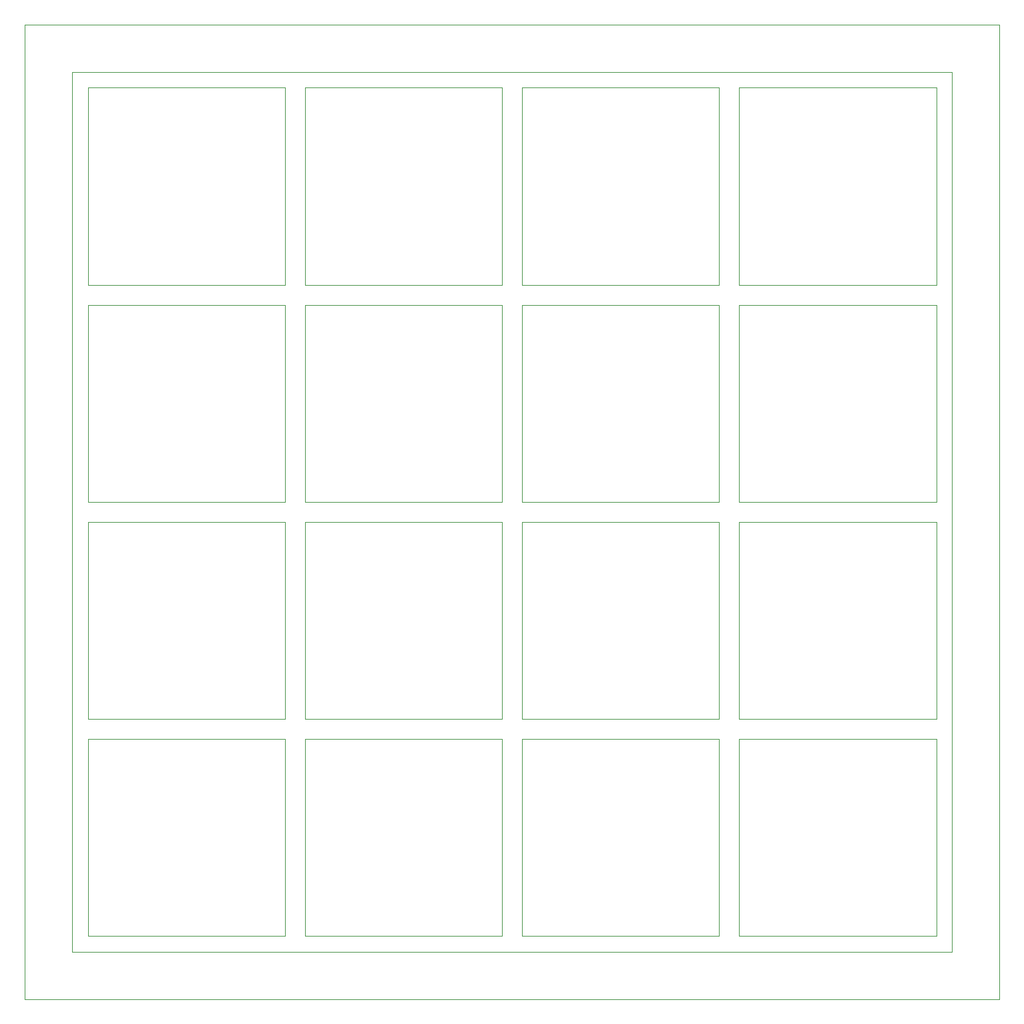
<source format=gbr>
%TF.GenerationSoftware,KiCad,Pcbnew,(6.0.7)*%
%TF.CreationDate,2022-10-24T21:44:15-05:00*%
%TF.ProjectId,Panelized,50616e65-6c69-47a6-9564-2e6b69636164,4*%
%TF.SameCoordinates,Original*%
%TF.FileFunction,Profile,NP*%
%FSLAX46Y46*%
G04 Gerber Fmt 4.6, Leading zero omitted, Abs format (unit mm)*
G04 Created by KiCad (PCBNEW (6.0.7)) date 2022-10-24 21:44:15*
%MOMM*%
%LPD*%
G01*
G04 APERTURE LIST*
%TA.AperFunction,Profile*%
%ADD10C,0.100000*%
%TD*%
G04 APERTURE END LIST*
D10*
X130620000Y-50540000D02*
X105620000Y-50540000D01*
X75540000Y-105620000D02*
X50540000Y-105620000D01*
X48000000Y-50540000D02*
X23000000Y-50540000D01*
X75540000Y-23000000D02*
X50540000Y-23000000D01*
X78080000Y-78080000D02*
X78080000Y-78080000D01*
X130620000Y-48000000D02*
X130620000Y-23000000D01*
X130620000Y-23000000D02*
X105620000Y-23000000D01*
X48000000Y-48000000D02*
X48000000Y-23000000D01*
X103080000Y-48000000D02*
X103080000Y-23000000D01*
X48000000Y-105620000D02*
X48000000Y-105620000D01*
X23000000Y-130620000D02*
X48000000Y-130620000D01*
X23000000Y-103080000D02*
X48000000Y-103080000D01*
X50540000Y-75540000D02*
X75540000Y-75540000D01*
X50540000Y-105620000D02*
X50540000Y-105620000D01*
X103080000Y-75540000D02*
X103080000Y-50540000D01*
X48000000Y-75540000D02*
X48000000Y-50540000D01*
X21000000Y-21000000D02*
X21000000Y-21000000D01*
X15000000Y-15000000D02*
X15000000Y-138620000D01*
X103080000Y-23000000D02*
X103080000Y-23000000D01*
X105620000Y-75540000D02*
X130620000Y-75540000D01*
X105620000Y-130620000D02*
X130620000Y-130620000D01*
X105620000Y-105620000D02*
X105620000Y-130620000D01*
X138620000Y-138620000D02*
X138620000Y-15000000D01*
X15000000Y-15000000D02*
X15000000Y-15000000D01*
X130620000Y-103080000D02*
X130620000Y-78080000D01*
X78080000Y-105620000D02*
X78080000Y-130620000D01*
X132620000Y-21000000D02*
X132620000Y-132620000D01*
X130620000Y-105620000D02*
X105620000Y-105620000D01*
X75540000Y-78080000D02*
X50540000Y-78080000D01*
X23000000Y-23000000D02*
X23000000Y-48000000D01*
X75540000Y-130620000D02*
X75540000Y-105620000D01*
X23000000Y-75540000D02*
X48000000Y-75540000D01*
X48000000Y-48000000D02*
X48000000Y-48000000D01*
X21000000Y-132620000D02*
X21000000Y-21000000D01*
X48000000Y-75540000D02*
X48000000Y-75540000D01*
X78080000Y-103080000D02*
X103080000Y-103080000D01*
X50540000Y-75540000D02*
X50540000Y-75540000D01*
X105620000Y-50540000D02*
X105620000Y-75540000D01*
X50540000Y-105620000D02*
X50540000Y-130620000D01*
X15000000Y-138620000D02*
X138620000Y-138620000D01*
X103080000Y-103080000D02*
X103080000Y-78080000D01*
X78080000Y-78080000D02*
X78080000Y-103080000D01*
X75540000Y-48000000D02*
X75540000Y-23000000D01*
X48000000Y-103080000D02*
X48000000Y-78080000D01*
X78080000Y-50540000D02*
X78080000Y-75540000D01*
X23000000Y-105620000D02*
X23000000Y-130620000D01*
X75540000Y-75540000D02*
X75540000Y-50540000D01*
X21000000Y-21000000D02*
X132620000Y-21000000D01*
X23000000Y-50540000D02*
X23000000Y-75540000D01*
X130620000Y-75540000D02*
X130620000Y-50540000D01*
X130620000Y-78080000D02*
X105620000Y-78080000D01*
X78080000Y-75540000D02*
X103080000Y-75540000D01*
X105620000Y-130620000D02*
X105620000Y-130620000D01*
X132620000Y-132620000D02*
X21000000Y-132620000D01*
X50540000Y-130620000D02*
X75540000Y-130620000D01*
X48000000Y-130620000D02*
X48000000Y-105620000D01*
X103080000Y-50540000D02*
X78080000Y-50540000D01*
X103080000Y-78080000D02*
X78080000Y-78080000D01*
X105620000Y-48000000D02*
X130620000Y-48000000D01*
X48000000Y-78080000D02*
X23000000Y-78080000D01*
X50540000Y-78080000D02*
X50540000Y-103080000D01*
X103080000Y-23000000D02*
X78080000Y-23000000D01*
X50540000Y-23000000D02*
X50540000Y-48000000D01*
X23000000Y-48000000D02*
X48000000Y-48000000D01*
X50540000Y-48000000D02*
X50540000Y-48000000D01*
X105620000Y-78080000D02*
X105620000Y-78080000D01*
X50540000Y-50540000D02*
X50540000Y-75540000D01*
X23000000Y-78080000D02*
X23000000Y-78080000D01*
X23000000Y-78080000D02*
X23000000Y-103080000D01*
X78080000Y-48000000D02*
X103080000Y-48000000D01*
X105620000Y-75540000D02*
X105620000Y-75540000D01*
X103080000Y-130620000D02*
X103080000Y-105620000D01*
X78080000Y-23000000D02*
X78080000Y-48000000D01*
X103080000Y-50540000D02*
X103080000Y-50540000D01*
X78080000Y-130620000D02*
X103080000Y-130620000D01*
X105620000Y-78080000D02*
X105620000Y-103080000D01*
X138620000Y-15000000D02*
X15000000Y-15000000D01*
X105620000Y-23000000D02*
X105620000Y-23000000D01*
X48000000Y-105620000D02*
X23000000Y-105620000D01*
X48000000Y-23000000D02*
X23000000Y-23000000D01*
X50540000Y-48000000D02*
X75540000Y-48000000D01*
X75540000Y-103080000D02*
X75540000Y-78080000D01*
X105620000Y-103080000D02*
X130620000Y-103080000D01*
X78080000Y-130620000D02*
X78080000Y-130620000D01*
X130620000Y-130620000D02*
X130620000Y-105620000D01*
X105620000Y-23000000D02*
X105620000Y-48000000D01*
X75540000Y-78080000D02*
X75540000Y-78080000D01*
X75540000Y-50540000D02*
X50540000Y-50540000D01*
X50540000Y-103080000D02*
X75540000Y-103080000D01*
X103080000Y-105620000D02*
X78080000Y-105620000D01*
M02*

</source>
